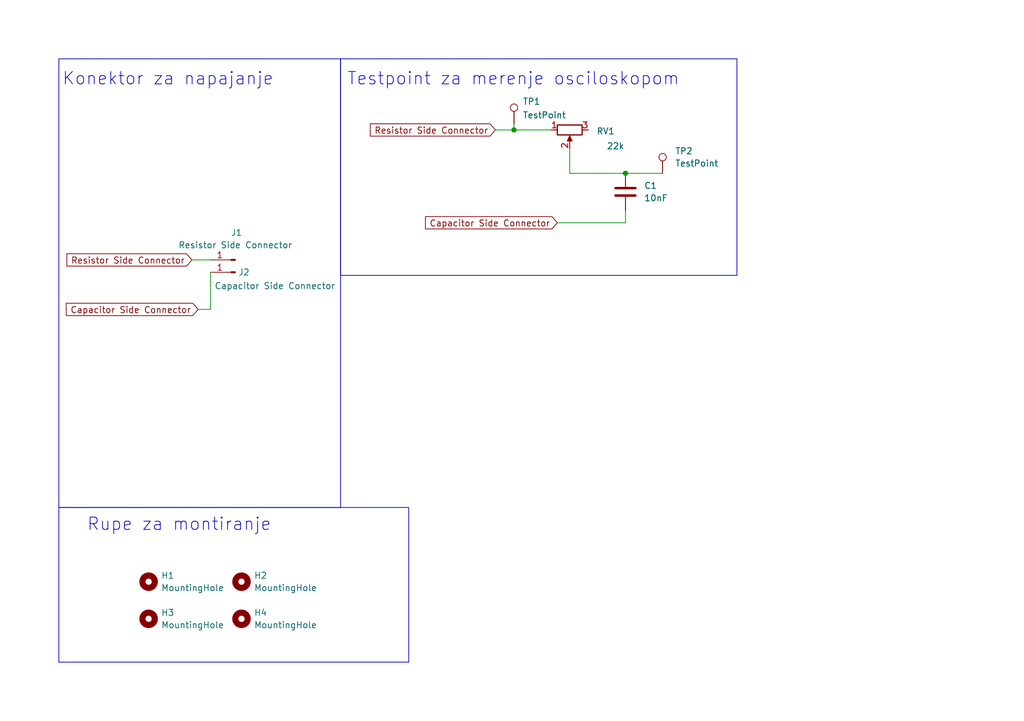
<source format=kicad_sch>
(kicad_sch (version 20250114) (generator "eeschema") (generator_version "9.0")
  (paper "A5")
  (title_block (title "RC Filter") (rev "v1"))
  (lib_symbols
    (symbol "Connector:Conn_01x01_Pin" (pin_names (offset 1.016) (hide yes))
      (property "Reference" "J" (at 0 2.54 0))
      (property "Value" "Conn_01x01_Pin" (at 0 -2.54 0))
      (symbol "Conn_01x01_Pin_1_1"
        (rectangle (start 0.8636 0.127) (end 0 -0.127) (stroke (width 0.1524)) (fill (type outline)))
        (polyline (pts (xy 1.27 0) (xy 0.8636 0)) (stroke (width 0.1524)))
        (pin passive line (at 5.08 0 180) (length 3.81) (name "Pin_1") (number "1"))
      )
    )
    (symbol "Connector:TestPoint" (pin_numbers (hide yes)) (pin_names (offset 0.762) (hide yes))
      (property "Reference" "TP" (at 0 6.858 0))
      (property "Value" "TestPoint" (at 0 5.08 0))
      (symbol "TestPoint_0_1"
        (circle (center 0 3.302) (radius 0.762))
      )
      (symbol "TestPoint_1_1"
        (pin passive line (at 0 0 90) (length 2.54) (name "1") (number "1"))
      )
    )
    (symbol "Device:C" (pin_numbers (hide yes)) (pin_names (offset 0.254))
      (property "Reference" "C" (at 0.635 2.54 0))
      (property "Value" "C" (at 0.635 -2.54 0))
      (symbol "C_0_1"
        (polyline (pts (xy -2.032 0.762) (xy 2.032 0.762)) (stroke (width 0.508)))
        (polyline (pts (xy -2.032 -0.762) (xy 2.032 -0.762)) (stroke (width 0.508)))
      )
      (symbol "C_1_1"
        (pin passive line (at 0 3.81 270) (length 2.794) (name "~") (number "1"))
        (pin passive line (at 0 -3.81 90) (length 2.794) (name "~") (number "2"))
      )
    )
    (symbol "Device:R_Potentiometer" (pin_names (offset 1.016) (hide yes))
      (property "Reference" "RV" (at -4.445 0 90))
      (property "Value" "R_Potentiometer" (at -2.54 0 90))
      (symbol "R_Potentiometer_0_1"
        (rectangle (start 1.016 2.54) (end -1.016 -2.54) (stroke (width 0.254)))
        (polyline (pts (xy 1.143 0) (xy 2.286 0.508) (xy 2.286 -0.508) (xy 1.143 0)) (fill (type outline)))
        (polyline (pts (xy 2.54 0) (xy 1.524 0)))
      )
      (symbol "R_Potentiometer_1_1"
        (pin passive line (at 0 3.81 270) (length 1.27) (name "1") (number "1"))
        (pin passive line (at 0 -3.81 90) (length 1.27) (name "3") (number "3"))
        (pin passive line (at 3.81 0 180) (length 1.27) (name "2") (number "2"))
      )
    )
    (symbol "Mechanical:MountingHole" (pin_names (offset 1.016))
      (property "Reference" "H" (at 0 5.08 0))
      (property "Value" "MountingHole" (at 0 3.175 0))
      (symbol "MountingHole_0_1"
        (circle (center 0 0) (radius 1.27) (stroke (width 1.27)))
      )
    )
  )
  (rectangle (start 12.065 12.065) (end 69.85 104.14))
  (rectangle (start 12.065 104.14) (end 83.82 135.89))
  (rectangle (start 69.85 12.065) (end 151.13 56.515))
  (text "Rupe za montiranje\n" (at 17.78 109.22 0) (effects (font (size 2.54 2.54)) (justify left bottom)))
  (text "Konektor za napajanje" (at 12.7 17.78 0) (effects (font (size 2.54 2.54)) (justify left bottom)))
  (text "Testpoint za merenje osciloskopom\n" (at 71.12 17.78 0) (effects (font (size 2.54 2.54)) (justify left bottom)))
  (junction (at 128.27 35.56))
  (junction (at 105.41 26.67))
  (wire (pts (xy 116.84 30.48) (xy 116.84 35.56)))
  (wire (pts (xy 105.41 26.67) (xy 113.03 26.67)))
  (wire (pts (xy 43.18 63.5) (xy 43.18 55.88)))
  (wire (pts (xy 40.64 63.5) (xy 43.18 63.5)))
  (wire (pts (xy 114.3 45.72) (xy 128.27 45.72)))
  (wire (pts (xy 101.6 26.67) (xy 105.41 26.67)))
  (wire (pts (xy 128.27 35.56) (xy 135.89 35.56)))
  (wire (pts (xy 43.18 53.34) (xy 39.37 53.34)))
  (wire (pts (xy 105.41 25.4) (xy 105.41 26.67)))
  (wire (pts (xy 116.84 35.56) (xy 128.27 35.56)))
  (wire (pts (xy 128.27 43.18) (xy 128.27 45.72)))
  (global_label "Capacitor Side Connector" (shape input) (at 114.3 45.72 180) (property "Intersheetrefs" "${INTERSHEET_REFS}" (effects (hide yes))))
  (global_label "Capacitor Side Connector" (shape input) (at 40.64 63.5 180) (property "Intersheetrefs" "${INTERSHEET_REFS}" (effects (hide yes))))
  (global_label "Resistor Side Connector" (shape input) (at 39.37 53.34 180) (property "Intersheetrefs" "${INTERSHEET_REFS}" (effects (hide yes))))
  (global_label "Resistor Side Connector" (shape input) (at 101.6 26.67 180) (property "Intersheetrefs" "${INTERSHEET_REFS}" (effects (hide yes))))
  (symbol (lib_id "Connector:TestPoint") (at 135.89 35.56 0) (unit 1)
    (property "Reference" "TP2" (at 138.43 30.9879 0) (effects (justify left)))
    (property "Value" "TestPoint" (at 138.43 33.5279 0) (effects (justify left)))
    (property "Footprint" "Connector_PinHeader_2.54mm:PinHeader_1x01_P2.54mm_Vertical" (effects (hide yes)))
    (property "Description" "test point" (effects (hide yes)))
  )
  (symbol (lib_id "Mechanical:MountingHole") (at 30.48 127 0) (unit 1)
    (property "Reference" "H3" (at 33.02 125.73 0) (effects (justify left)))
    (property "Value" "MountingHole" (at 33.02 128.27 0) (effects (justify left)))
    (property "Footprint" "MountingHole:MountingHole_3.2mm_M3_ISO14580_Pad_TopBottom" (effects (hide yes)))
  )
  (symbol (lib_id "Device:R_Potentiometer") (at 116.84 26.67 90) (mirror x) (unit 1)
    (property "Reference" "RV1" (at 124.206 26.924 90))
    (property "Value" "22k" (at 126.238 29.972 90))
    (property "Footprint" "Potentiometer_THT:Potentiometer_ACP_CA9-V10_Vertical" (effects (hide yes)))
    (property "Description" "Potentiometer" (effects (hide yes)))
    (property "MG ELECTRONIC ŠIFRA" "    POTR10H-22K-ACP" (effects (hide yes)))
  )
  (symbol (lib_id "Connector:TestPoint") (at 105.41 25.4 0) (unit 1)
    (property "Reference" "TP1" (at 107.188 20.828 0) (effects (justify left)))
    (property "Value" "TestPoint" (at 107.188 23.622 0) (effects (justify left)))
    (property "Footprint" "Connector_PinHeader_2.54mm:PinHeader_1x01_P2.54mm_Vertical" (effects (hide yes)))
    (property "Description" "test point" (effects (hide yes)))
  )
  (symbol (lib_id "Device:C") (at 128.27 39.37 0) (unit 1)
    (property "Reference" "C1" (at 132.08 38.0999 0) (effects (justify left)))
    (property "Value" "10nF" (at 132.08 40.6399 0) (effects (justify left)))
    (property "Footprint" "Capacitor_SMD:C_0805_2012Metric" (effects (hide yes)))
    (property "Description" "Unpolarized capacitor" (effects (hide yes)))
    (property "LCSC" "    C1710" (effects (hide yes)))
  )
  (symbol (lib_id "Connector:Conn_01x01_Pin") (at 48.26 53.34 180) (unit 1)
    (property "Reference" "J1" (at 48.514 47.752 0))
    (property "Value" "Resistor Side Connector" (at 48.26 50.292 0))
    (property "Footprint" "Connector_PinHeader_2.54mm:PinHeader_1x01_P2.54mm_Vertical" (effects (hide yes)))
    (property "Description" "Generic connector, single row, 01x01, script generated" (effects (hide yes)))
  )
  (symbol (lib_id "Mechanical:MountingHole") (at 49.53 119.38 0) (unit 1)
    (property "Reference" "H2" (at 52.07 118.11 0) (effects (justify left)))
    (property "Value" "MountingHole" (at 52.07 120.65 0) (effects (justify left)))
    (property "Footprint" "MountingHole:MountingHole_3.2mm_M3_ISO14580_Pad_TopBottom" (effects (hide yes)))
  )
  (symbol (lib_id "Mechanical:MountingHole") (at 30.48 119.38 0) (unit 1)
    (property "Reference" "H1" (at 33.02 118.11 0) (effects (justify left)))
    (property "Value" "MountingHole" (at 33.02 120.65 0) (effects (justify left)))
    (property "Footprint" "MountingHole:MountingHole_3.2mm_M3_ISO14580_Pad_TopBottom" (effects (hide yes)))
  )
  (symbol (lib_id "Connector:Conn_01x01_Pin") (at 48.26 55.88 180) (unit 1)
    (property "Reference" "J2" (at 50.038 55.88 0))
    (property "Value" "Capacitor Side Connector" (at 56.388 58.674 0))
    (property "Footprint" "Connector_PinHeader_2.54mm:PinHeader_1x01_P2.54mm_Vertical" (effects (hide yes)))
    (property "Description" "Generic connector, single row, 01x01, script generated" (effects (hide yes)))
  )
  (symbol (lib_id "Mechanical:MountingHole") (at 49.53 127 0) (unit 1)
    (property "Reference" "H4" (at 52.07 125.73 0) (effects (justify left)))
    (property "Value" "MountingHole" (at 52.07 128.27 0) (effects (justify left)))
    (property "Footprint" "MountingHole:MountingHole_3.2mm_M3_ISO14580_Pad_TopBottom" (effects (hide yes)))
  )
)
</source>
